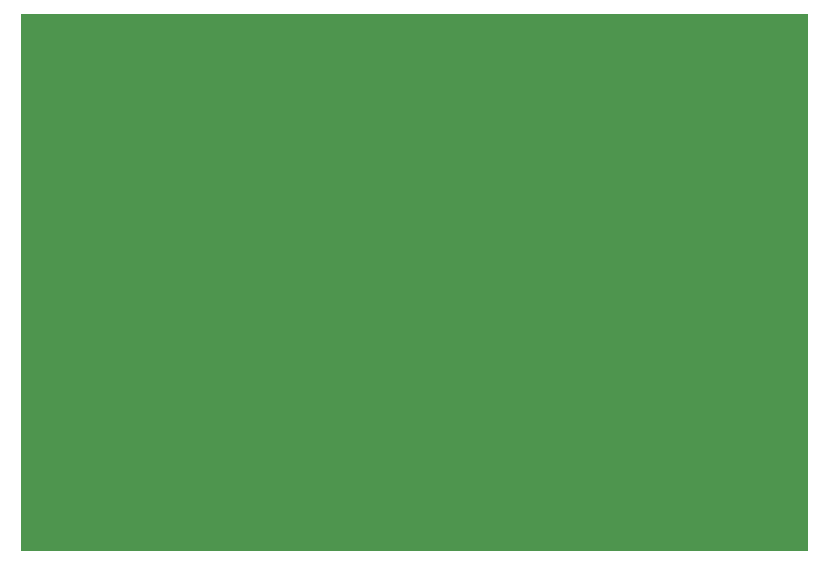
<source format=gbr>
G04 DipTrace 2.4.0.2*
%INOutline.gbr*%
%MOMM*%
%ADD11C,0.14*%
%FSLAX53Y53*%
G04*
G71*
G90*
G75*
G01*
%LNBoardPoly*%
%LPD*%
G36*
X10000Y55403D2*
D11*
Y10000D1*
X76675D1*
Y55403D1*
X10000D1*
G37*
M02*

</source>
